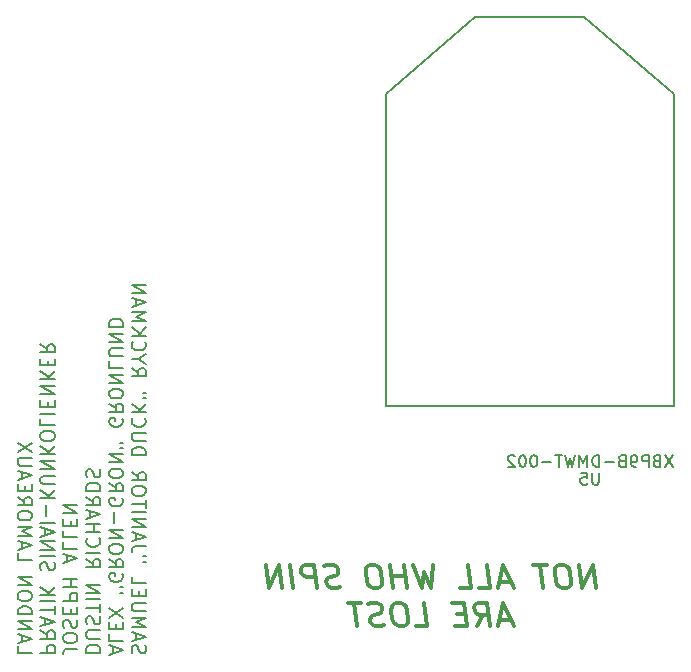
<source format=gbr>
%TF.GenerationSoftware,KiCad,Pcbnew,(5.99.0-9885-g7a8abcadd2)*%
%TF.CreationDate,2021-03-25T06:13:52-06:00*%
%TF.ProjectId,spinnybot-motherboad,7370696e-6e79-4626-9f74-2d6d6f746865,rev?*%
%TF.SameCoordinates,Original*%
%TF.FileFunction,Legend,Bot*%
%TF.FilePolarity,Positive*%
%FSLAX46Y46*%
G04 Gerber Fmt 4.6, Leading zero omitted, Abs format (unit mm)*
G04 Created by KiCad (PCBNEW (5.99.0-9885-g7a8abcadd2)) date 2021-03-25 06:13:52*
%MOMM*%
%LPD*%
G01*
G04 APERTURE LIST*
%ADD10C,0.200000*%
%ADD11C,0.300000*%
%ADD12C,0.150000*%
G04 APERTURE END LIST*
D10*
X92354285Y-105951428D02*
X92297142Y-105780000D01*
X92297142Y-105494285D01*
X92354285Y-105380000D01*
X92411428Y-105322857D01*
X92525714Y-105265714D01*
X92640000Y-105265714D01*
X92754285Y-105322857D01*
X92811428Y-105380000D01*
X92868571Y-105494285D01*
X92925714Y-105722857D01*
X92982857Y-105837142D01*
X93040000Y-105894285D01*
X93154285Y-105951428D01*
X93268571Y-105951428D01*
X93382857Y-105894285D01*
X93440000Y-105837142D01*
X93497142Y-105722857D01*
X93497142Y-105437142D01*
X93440000Y-105265714D01*
X92640000Y-104808571D02*
X92640000Y-104237142D01*
X92297142Y-104922857D02*
X93497142Y-104522857D01*
X92297142Y-104122857D01*
X92297142Y-103722857D02*
X93497142Y-103722857D01*
X92640000Y-103322857D01*
X93497142Y-102922857D01*
X92297142Y-102922857D01*
X93497142Y-102351428D02*
X92525714Y-102351428D01*
X92411428Y-102294285D01*
X92354285Y-102237142D01*
X92297142Y-102122857D01*
X92297142Y-101894285D01*
X92354285Y-101780000D01*
X92411428Y-101722857D01*
X92525714Y-101665714D01*
X93497142Y-101665714D01*
X92925714Y-101094285D02*
X92925714Y-100694285D01*
X92297142Y-100522857D02*
X92297142Y-101094285D01*
X93497142Y-101094285D01*
X93497142Y-100522857D01*
X92297142Y-99437142D02*
X92297142Y-100008571D01*
X93497142Y-100008571D01*
X93497142Y-98180000D02*
X93268571Y-98180000D01*
X93497142Y-97722857D02*
X93268571Y-97722857D01*
X93497142Y-96865714D02*
X92640000Y-96865714D01*
X92468571Y-96922857D01*
X92354285Y-97037142D01*
X92297142Y-97208571D01*
X92297142Y-97322857D01*
X92640000Y-96351428D02*
X92640000Y-95780000D01*
X92297142Y-96465714D02*
X93497142Y-96065714D01*
X92297142Y-95665714D01*
X92297142Y-95265714D02*
X93497142Y-95265714D01*
X92297142Y-94580000D01*
X93497142Y-94580000D01*
X92297142Y-94008571D02*
X93497142Y-94008571D01*
X93497142Y-93608571D02*
X93497142Y-92922857D01*
X92297142Y-93265714D02*
X93497142Y-93265714D01*
X93497142Y-92294285D02*
X93497142Y-92065714D01*
X93440000Y-91951428D01*
X93325714Y-91837142D01*
X93097142Y-91780000D01*
X92697142Y-91780000D01*
X92468571Y-91837142D01*
X92354285Y-91951428D01*
X92297142Y-92065714D01*
X92297142Y-92294285D01*
X92354285Y-92408571D01*
X92468571Y-92522857D01*
X92697142Y-92580000D01*
X93097142Y-92580000D01*
X93325714Y-92522857D01*
X93440000Y-92408571D01*
X93497142Y-92294285D01*
X92297142Y-90580000D02*
X92868571Y-90980000D01*
X92297142Y-91265714D02*
X93497142Y-91265714D01*
X93497142Y-90808571D01*
X93440000Y-90694285D01*
X93382857Y-90637142D01*
X93268571Y-90580000D01*
X93097142Y-90580000D01*
X92982857Y-90637142D01*
X92925714Y-90694285D01*
X92868571Y-90808571D01*
X92868571Y-91265714D01*
X92297142Y-89151428D02*
X93497142Y-89151428D01*
X93497142Y-88865714D01*
X93440000Y-88694285D01*
X93325714Y-88580000D01*
X93211428Y-88522857D01*
X92982857Y-88465714D01*
X92811428Y-88465714D01*
X92582857Y-88522857D01*
X92468571Y-88580000D01*
X92354285Y-88694285D01*
X92297142Y-88865714D01*
X92297142Y-89151428D01*
X93497142Y-87951428D02*
X92525714Y-87951428D01*
X92411428Y-87894285D01*
X92354285Y-87837142D01*
X92297142Y-87722857D01*
X92297142Y-87494285D01*
X92354285Y-87380000D01*
X92411428Y-87322857D01*
X92525714Y-87265714D01*
X93497142Y-87265714D01*
X92411428Y-86008571D02*
X92354285Y-86065714D01*
X92297142Y-86237142D01*
X92297142Y-86351428D01*
X92354285Y-86522857D01*
X92468571Y-86637142D01*
X92582857Y-86694285D01*
X92811428Y-86751428D01*
X92982857Y-86751428D01*
X93211428Y-86694285D01*
X93325714Y-86637142D01*
X93440000Y-86522857D01*
X93497142Y-86351428D01*
X93497142Y-86237142D01*
X93440000Y-86065714D01*
X93382857Y-86008571D01*
X92297142Y-85494285D02*
X93497142Y-85494285D01*
X92297142Y-84808571D02*
X92982857Y-85322857D01*
X93497142Y-84808571D02*
X92811428Y-85494285D01*
X93497142Y-84351428D02*
X93268571Y-84351428D01*
X93497142Y-83894285D02*
X93268571Y-83894285D01*
X92297142Y-81780000D02*
X92868571Y-82180000D01*
X92297142Y-82465714D02*
X93497142Y-82465714D01*
X93497142Y-82008571D01*
X93440000Y-81894285D01*
X93382857Y-81837142D01*
X93268571Y-81780000D01*
X93097142Y-81780000D01*
X92982857Y-81837142D01*
X92925714Y-81894285D01*
X92868571Y-82008571D01*
X92868571Y-82465714D01*
X92868571Y-81037142D02*
X92297142Y-81037142D01*
X93497142Y-81437142D02*
X92868571Y-81037142D01*
X93497142Y-80637142D01*
X92411428Y-79551428D02*
X92354285Y-79608571D01*
X92297142Y-79780000D01*
X92297142Y-79894285D01*
X92354285Y-80065714D01*
X92468571Y-80180000D01*
X92582857Y-80237142D01*
X92811428Y-80294285D01*
X92982857Y-80294285D01*
X93211428Y-80237142D01*
X93325714Y-80180000D01*
X93440000Y-80065714D01*
X93497142Y-79894285D01*
X93497142Y-79780000D01*
X93440000Y-79608571D01*
X93382857Y-79551428D01*
X92297142Y-79037142D02*
X93497142Y-79037142D01*
X92297142Y-78351428D02*
X92982857Y-78865714D01*
X93497142Y-78351428D02*
X92811428Y-79037142D01*
X92297142Y-77837142D02*
X93497142Y-77837142D01*
X92640000Y-77437142D01*
X93497142Y-77037142D01*
X92297142Y-77037142D01*
X92640000Y-76522857D02*
X92640000Y-75951428D01*
X92297142Y-76637142D02*
X93497142Y-76237142D01*
X92297142Y-75837142D01*
X92297142Y-75437142D02*
X93497142Y-75437142D01*
X92297142Y-74751428D01*
X93497142Y-74751428D01*
X90708000Y-105951428D02*
X90708000Y-105380000D01*
X90365142Y-106065714D02*
X91565142Y-105665714D01*
X90365142Y-105265714D01*
X90365142Y-104294285D02*
X90365142Y-104865714D01*
X91565142Y-104865714D01*
X90993714Y-103894285D02*
X90993714Y-103494285D01*
X90365142Y-103322857D02*
X90365142Y-103894285D01*
X91565142Y-103894285D01*
X91565142Y-103322857D01*
X91565142Y-102922857D02*
X90365142Y-102122857D01*
X91565142Y-102122857D02*
X90365142Y-102922857D01*
X91565142Y-100808571D02*
X91336571Y-100808571D01*
X91565142Y-100351428D02*
X91336571Y-100351428D01*
X91508000Y-99208571D02*
X91565142Y-99322857D01*
X91565142Y-99494285D01*
X91508000Y-99665714D01*
X91393714Y-99780000D01*
X91279428Y-99837142D01*
X91050857Y-99894285D01*
X90879428Y-99894285D01*
X90650857Y-99837142D01*
X90536571Y-99780000D01*
X90422285Y-99665714D01*
X90365142Y-99494285D01*
X90365142Y-99380000D01*
X90422285Y-99208571D01*
X90479428Y-99151428D01*
X90879428Y-99151428D01*
X90879428Y-99380000D01*
X90365142Y-97951428D02*
X90936571Y-98351428D01*
X90365142Y-98637142D02*
X91565142Y-98637142D01*
X91565142Y-98180000D01*
X91508000Y-98065714D01*
X91450857Y-98008571D01*
X91336571Y-97951428D01*
X91165142Y-97951428D01*
X91050857Y-98008571D01*
X90993714Y-98065714D01*
X90936571Y-98180000D01*
X90936571Y-98637142D01*
X91565142Y-97208571D02*
X91565142Y-96980000D01*
X91508000Y-96865714D01*
X91393714Y-96751428D01*
X91165142Y-96694285D01*
X90765142Y-96694285D01*
X90536571Y-96751428D01*
X90422285Y-96865714D01*
X90365142Y-96980000D01*
X90365142Y-97208571D01*
X90422285Y-97322857D01*
X90536571Y-97437142D01*
X90765142Y-97494285D01*
X91165142Y-97494285D01*
X91393714Y-97437142D01*
X91508000Y-97322857D01*
X91565142Y-97208571D01*
X90365142Y-96180000D02*
X91565142Y-96180000D01*
X90365142Y-95494285D01*
X91565142Y-95494285D01*
X90822285Y-94922857D02*
X90822285Y-94008571D01*
X91508000Y-92808571D02*
X91565142Y-92922857D01*
X91565142Y-93094285D01*
X91508000Y-93265714D01*
X91393714Y-93380000D01*
X91279428Y-93437142D01*
X91050857Y-93494285D01*
X90879428Y-93494285D01*
X90650857Y-93437142D01*
X90536571Y-93380000D01*
X90422285Y-93265714D01*
X90365142Y-93094285D01*
X90365142Y-92980000D01*
X90422285Y-92808571D01*
X90479428Y-92751428D01*
X90879428Y-92751428D01*
X90879428Y-92980000D01*
X90365142Y-91551428D02*
X90936571Y-91951428D01*
X90365142Y-92237142D02*
X91565142Y-92237142D01*
X91565142Y-91780000D01*
X91508000Y-91665714D01*
X91450857Y-91608571D01*
X91336571Y-91551428D01*
X91165142Y-91551428D01*
X91050857Y-91608571D01*
X90993714Y-91665714D01*
X90936571Y-91780000D01*
X90936571Y-92237142D01*
X91565142Y-90808571D02*
X91565142Y-90580000D01*
X91508000Y-90465714D01*
X91393714Y-90351428D01*
X91165142Y-90294285D01*
X90765142Y-90294285D01*
X90536571Y-90351428D01*
X90422285Y-90465714D01*
X90365142Y-90580000D01*
X90365142Y-90808571D01*
X90422285Y-90922857D01*
X90536571Y-91037142D01*
X90765142Y-91094285D01*
X91165142Y-91094285D01*
X91393714Y-91037142D01*
X91508000Y-90922857D01*
X91565142Y-90808571D01*
X90365142Y-89780000D02*
X91565142Y-89780000D01*
X90365142Y-89094285D01*
X91565142Y-89094285D01*
X91565142Y-88580000D02*
X91336571Y-88580000D01*
X91565142Y-88122857D02*
X91336571Y-88122857D01*
X91508000Y-86065714D02*
X91565142Y-86180000D01*
X91565142Y-86351428D01*
X91508000Y-86522857D01*
X91393714Y-86637142D01*
X91279428Y-86694285D01*
X91050857Y-86751428D01*
X90879428Y-86751428D01*
X90650857Y-86694285D01*
X90536571Y-86637142D01*
X90422285Y-86522857D01*
X90365142Y-86351428D01*
X90365142Y-86237142D01*
X90422285Y-86065714D01*
X90479428Y-86008571D01*
X90879428Y-86008571D01*
X90879428Y-86237142D01*
X90365142Y-84808571D02*
X90936571Y-85208571D01*
X90365142Y-85494285D02*
X91565142Y-85494285D01*
X91565142Y-85037142D01*
X91508000Y-84922857D01*
X91450857Y-84865714D01*
X91336571Y-84808571D01*
X91165142Y-84808571D01*
X91050857Y-84865714D01*
X90993714Y-84922857D01*
X90936571Y-85037142D01*
X90936571Y-85494285D01*
X91565142Y-84065714D02*
X91565142Y-83837142D01*
X91508000Y-83722857D01*
X91393714Y-83608571D01*
X91165142Y-83551428D01*
X90765142Y-83551428D01*
X90536571Y-83608571D01*
X90422285Y-83722857D01*
X90365142Y-83837142D01*
X90365142Y-84065714D01*
X90422285Y-84180000D01*
X90536571Y-84294285D01*
X90765142Y-84351428D01*
X91165142Y-84351428D01*
X91393714Y-84294285D01*
X91508000Y-84180000D01*
X91565142Y-84065714D01*
X90365142Y-83037142D02*
X91565142Y-83037142D01*
X90365142Y-82351428D01*
X91565142Y-82351428D01*
X90365142Y-81208571D02*
X90365142Y-81780000D01*
X91565142Y-81780000D01*
X91565142Y-80808571D02*
X90593714Y-80808571D01*
X90479428Y-80751428D01*
X90422285Y-80694285D01*
X90365142Y-80580000D01*
X90365142Y-80351428D01*
X90422285Y-80237142D01*
X90479428Y-80180000D01*
X90593714Y-80122857D01*
X91565142Y-80122857D01*
X90365142Y-79551428D02*
X91565142Y-79551428D01*
X90365142Y-78865714D01*
X91565142Y-78865714D01*
X90365142Y-78294285D02*
X91565142Y-78294285D01*
X91565142Y-78008571D01*
X91508000Y-77837142D01*
X91393714Y-77722857D01*
X91279428Y-77665714D01*
X91050857Y-77608571D01*
X90879428Y-77608571D01*
X90650857Y-77665714D01*
X90536571Y-77722857D01*
X90422285Y-77837142D01*
X90365142Y-78008571D01*
X90365142Y-78294285D01*
X88433142Y-105894285D02*
X89633142Y-105894285D01*
X89633142Y-105608571D01*
X89576000Y-105437142D01*
X89461714Y-105322857D01*
X89347428Y-105265714D01*
X89118857Y-105208571D01*
X88947428Y-105208571D01*
X88718857Y-105265714D01*
X88604571Y-105322857D01*
X88490285Y-105437142D01*
X88433142Y-105608571D01*
X88433142Y-105894285D01*
X89633142Y-104694285D02*
X88661714Y-104694285D01*
X88547428Y-104637142D01*
X88490285Y-104580000D01*
X88433142Y-104465714D01*
X88433142Y-104237142D01*
X88490285Y-104122857D01*
X88547428Y-104065714D01*
X88661714Y-104008571D01*
X89633142Y-104008571D01*
X88490285Y-103494285D02*
X88433142Y-103322857D01*
X88433142Y-103037142D01*
X88490285Y-102922857D01*
X88547428Y-102865714D01*
X88661714Y-102808571D01*
X88776000Y-102808571D01*
X88890285Y-102865714D01*
X88947428Y-102922857D01*
X89004571Y-103037142D01*
X89061714Y-103265714D01*
X89118857Y-103380000D01*
X89176000Y-103437142D01*
X89290285Y-103494285D01*
X89404571Y-103494285D01*
X89518857Y-103437142D01*
X89576000Y-103380000D01*
X89633142Y-103265714D01*
X89633142Y-102980000D01*
X89576000Y-102808571D01*
X89633142Y-102465714D02*
X89633142Y-101780000D01*
X88433142Y-102122857D02*
X89633142Y-102122857D01*
X88433142Y-101380000D02*
X89633142Y-101380000D01*
X88433142Y-100808571D02*
X89633142Y-100808571D01*
X88433142Y-100122857D01*
X89633142Y-100122857D01*
X88433142Y-97951428D02*
X89004571Y-98351428D01*
X88433142Y-98637142D02*
X89633142Y-98637142D01*
X89633142Y-98180000D01*
X89576000Y-98065714D01*
X89518857Y-98008571D01*
X89404571Y-97951428D01*
X89233142Y-97951428D01*
X89118857Y-98008571D01*
X89061714Y-98065714D01*
X89004571Y-98180000D01*
X89004571Y-98637142D01*
X88433142Y-97437142D02*
X89633142Y-97437142D01*
X88547428Y-96180000D02*
X88490285Y-96237142D01*
X88433142Y-96408571D01*
X88433142Y-96522857D01*
X88490285Y-96694285D01*
X88604571Y-96808571D01*
X88718857Y-96865714D01*
X88947428Y-96922857D01*
X89118857Y-96922857D01*
X89347428Y-96865714D01*
X89461714Y-96808571D01*
X89576000Y-96694285D01*
X89633142Y-96522857D01*
X89633142Y-96408571D01*
X89576000Y-96237142D01*
X89518857Y-96180000D01*
X88433142Y-95665714D02*
X89633142Y-95665714D01*
X89061714Y-95665714D02*
X89061714Y-94980000D01*
X88433142Y-94980000D02*
X89633142Y-94980000D01*
X88776000Y-94465714D02*
X88776000Y-93894285D01*
X88433142Y-94580000D02*
X89633142Y-94180000D01*
X88433142Y-93780000D01*
X88433142Y-92694285D02*
X89004571Y-93094285D01*
X88433142Y-93380000D02*
X89633142Y-93380000D01*
X89633142Y-92922857D01*
X89576000Y-92808571D01*
X89518857Y-92751428D01*
X89404571Y-92694285D01*
X89233142Y-92694285D01*
X89118857Y-92751428D01*
X89061714Y-92808571D01*
X89004571Y-92922857D01*
X89004571Y-93380000D01*
X88433142Y-92180000D02*
X89633142Y-92180000D01*
X89633142Y-91894285D01*
X89576000Y-91722857D01*
X89461714Y-91608571D01*
X89347428Y-91551428D01*
X89118857Y-91494285D01*
X88947428Y-91494285D01*
X88718857Y-91551428D01*
X88604571Y-91608571D01*
X88490285Y-91722857D01*
X88433142Y-91894285D01*
X88433142Y-92180000D01*
X88490285Y-91037142D02*
X88433142Y-90865714D01*
X88433142Y-90580000D01*
X88490285Y-90465714D01*
X88547428Y-90408571D01*
X88661714Y-90351428D01*
X88776000Y-90351428D01*
X88890285Y-90408571D01*
X88947428Y-90465714D01*
X89004571Y-90580000D01*
X89061714Y-90808571D01*
X89118857Y-90922857D01*
X89176000Y-90980000D01*
X89290285Y-91037142D01*
X89404571Y-91037142D01*
X89518857Y-90980000D01*
X89576000Y-90922857D01*
X89633142Y-90808571D01*
X89633142Y-90522857D01*
X89576000Y-90351428D01*
X87701142Y-105551428D02*
X86844000Y-105551428D01*
X86672571Y-105608571D01*
X86558285Y-105722857D01*
X86501142Y-105894285D01*
X86501142Y-106008571D01*
X87701142Y-104751428D02*
X87701142Y-104522857D01*
X87644000Y-104408571D01*
X87529714Y-104294285D01*
X87301142Y-104237142D01*
X86901142Y-104237142D01*
X86672571Y-104294285D01*
X86558285Y-104408571D01*
X86501142Y-104522857D01*
X86501142Y-104751428D01*
X86558285Y-104865714D01*
X86672571Y-104980000D01*
X86901142Y-105037142D01*
X87301142Y-105037142D01*
X87529714Y-104980000D01*
X87644000Y-104865714D01*
X87701142Y-104751428D01*
X86558285Y-103780000D02*
X86501142Y-103608571D01*
X86501142Y-103322857D01*
X86558285Y-103208571D01*
X86615428Y-103151428D01*
X86729714Y-103094285D01*
X86844000Y-103094285D01*
X86958285Y-103151428D01*
X87015428Y-103208571D01*
X87072571Y-103322857D01*
X87129714Y-103551428D01*
X87186857Y-103665714D01*
X87244000Y-103722857D01*
X87358285Y-103780000D01*
X87472571Y-103780000D01*
X87586857Y-103722857D01*
X87644000Y-103665714D01*
X87701142Y-103551428D01*
X87701142Y-103265714D01*
X87644000Y-103094285D01*
X87129714Y-102580000D02*
X87129714Y-102180000D01*
X86501142Y-102008571D02*
X86501142Y-102580000D01*
X87701142Y-102580000D01*
X87701142Y-102008571D01*
X86501142Y-101494285D02*
X87701142Y-101494285D01*
X87701142Y-101037142D01*
X87644000Y-100922857D01*
X87586857Y-100865714D01*
X87472571Y-100808571D01*
X87301142Y-100808571D01*
X87186857Y-100865714D01*
X87129714Y-100922857D01*
X87072571Y-101037142D01*
X87072571Y-101494285D01*
X86501142Y-100294285D02*
X87701142Y-100294285D01*
X87129714Y-100294285D02*
X87129714Y-99608571D01*
X86501142Y-99608571D02*
X87701142Y-99608571D01*
X86844000Y-98180000D02*
X86844000Y-97608571D01*
X86501142Y-98294285D02*
X87701142Y-97894285D01*
X86501142Y-97494285D01*
X86501142Y-96522857D02*
X86501142Y-97094285D01*
X87701142Y-97094285D01*
X86501142Y-95551428D02*
X86501142Y-96122857D01*
X87701142Y-96122857D01*
X87129714Y-95151428D02*
X87129714Y-94751428D01*
X86501142Y-94580000D02*
X86501142Y-95151428D01*
X87701142Y-95151428D01*
X87701142Y-94580000D01*
X86501142Y-94065714D02*
X87701142Y-94065714D01*
X86501142Y-93380000D01*
X87701142Y-93380000D01*
X84569142Y-105894285D02*
X85769142Y-105894285D01*
X85769142Y-105437142D01*
X85712000Y-105322857D01*
X85654857Y-105265714D01*
X85540571Y-105208571D01*
X85369142Y-105208571D01*
X85254857Y-105265714D01*
X85197714Y-105322857D01*
X85140571Y-105437142D01*
X85140571Y-105894285D01*
X84569142Y-104008571D02*
X85140571Y-104408571D01*
X84569142Y-104694285D02*
X85769142Y-104694285D01*
X85769142Y-104237142D01*
X85712000Y-104122857D01*
X85654857Y-104065714D01*
X85540571Y-104008571D01*
X85369142Y-104008571D01*
X85254857Y-104065714D01*
X85197714Y-104122857D01*
X85140571Y-104237142D01*
X85140571Y-104694285D01*
X84912000Y-103551428D02*
X84912000Y-102980000D01*
X84569142Y-103665714D02*
X85769142Y-103265714D01*
X84569142Y-102865714D01*
X85769142Y-102637142D02*
X85769142Y-101951428D01*
X84569142Y-102294285D02*
X85769142Y-102294285D01*
X84569142Y-101551428D02*
X85769142Y-101551428D01*
X84569142Y-100980000D02*
X85769142Y-100980000D01*
X84569142Y-100294285D02*
X85254857Y-100808571D01*
X85769142Y-100294285D02*
X85083428Y-100980000D01*
X84626285Y-98922857D02*
X84569142Y-98751428D01*
X84569142Y-98465714D01*
X84626285Y-98351428D01*
X84683428Y-98294285D01*
X84797714Y-98237142D01*
X84912000Y-98237142D01*
X85026285Y-98294285D01*
X85083428Y-98351428D01*
X85140571Y-98465714D01*
X85197714Y-98694285D01*
X85254857Y-98808571D01*
X85312000Y-98865714D01*
X85426285Y-98922857D01*
X85540571Y-98922857D01*
X85654857Y-98865714D01*
X85712000Y-98808571D01*
X85769142Y-98694285D01*
X85769142Y-98408571D01*
X85712000Y-98237142D01*
X84569142Y-97722857D02*
X85769142Y-97722857D01*
X84569142Y-97151428D02*
X85769142Y-97151428D01*
X84569142Y-96465714D01*
X85769142Y-96465714D01*
X84912000Y-95951428D02*
X84912000Y-95380000D01*
X84569142Y-96065714D02*
X85769142Y-95665714D01*
X84569142Y-95265714D01*
X84569142Y-94865714D02*
X85769142Y-94865714D01*
X85026285Y-94294285D02*
X85026285Y-93380000D01*
X84569142Y-92808571D02*
X85769142Y-92808571D01*
X84569142Y-92122857D02*
X85254857Y-92637142D01*
X85769142Y-92122857D02*
X85083428Y-92808571D01*
X85769142Y-91608571D02*
X84797714Y-91608571D01*
X84683428Y-91551428D01*
X84626285Y-91494285D01*
X84569142Y-91380000D01*
X84569142Y-91151428D01*
X84626285Y-91037142D01*
X84683428Y-90980000D01*
X84797714Y-90922857D01*
X85769142Y-90922857D01*
X84569142Y-90351428D02*
X85769142Y-90351428D01*
X84569142Y-89665714D01*
X85769142Y-89665714D01*
X84569142Y-89094285D02*
X85769142Y-89094285D01*
X84569142Y-88408571D02*
X85254857Y-88922857D01*
X85769142Y-88408571D02*
X85083428Y-89094285D01*
X85769142Y-87665714D02*
X85769142Y-87437142D01*
X85712000Y-87322857D01*
X85597714Y-87208571D01*
X85369142Y-87151428D01*
X84969142Y-87151428D01*
X84740571Y-87208571D01*
X84626285Y-87322857D01*
X84569142Y-87437142D01*
X84569142Y-87665714D01*
X84626285Y-87780000D01*
X84740571Y-87894285D01*
X84969142Y-87951428D01*
X85369142Y-87951428D01*
X85597714Y-87894285D01*
X85712000Y-87780000D01*
X85769142Y-87665714D01*
X84569142Y-86065714D02*
X84569142Y-86637142D01*
X85769142Y-86637142D01*
X84569142Y-85665714D02*
X85769142Y-85665714D01*
X85197714Y-85094285D02*
X85197714Y-84694285D01*
X84569142Y-84522857D02*
X84569142Y-85094285D01*
X85769142Y-85094285D01*
X85769142Y-84522857D01*
X84569142Y-84008571D02*
X85769142Y-84008571D01*
X84569142Y-83322857D01*
X85769142Y-83322857D01*
X84569142Y-82751428D02*
X85769142Y-82751428D01*
X84569142Y-82065714D02*
X85254857Y-82580000D01*
X85769142Y-82065714D02*
X85083428Y-82751428D01*
X85197714Y-81551428D02*
X85197714Y-81151428D01*
X84569142Y-80980000D02*
X84569142Y-81551428D01*
X85769142Y-81551428D01*
X85769142Y-80980000D01*
X84569142Y-79780000D02*
X85140571Y-80180000D01*
X84569142Y-80465714D02*
X85769142Y-80465714D01*
X85769142Y-80008571D01*
X85712000Y-79894285D01*
X85654857Y-79837142D01*
X85540571Y-79780000D01*
X85369142Y-79780000D01*
X85254857Y-79837142D01*
X85197714Y-79894285D01*
X85140571Y-80008571D01*
X85140571Y-80465714D01*
X82637142Y-105322857D02*
X82637142Y-105894285D01*
X83837142Y-105894285D01*
X82980000Y-104980000D02*
X82980000Y-104408571D01*
X82637142Y-105094285D02*
X83837142Y-104694285D01*
X82637142Y-104294285D01*
X82637142Y-103894285D02*
X83837142Y-103894285D01*
X82637142Y-103208571D01*
X83837142Y-103208571D01*
X82637142Y-102637142D02*
X83837142Y-102637142D01*
X83837142Y-102351428D01*
X83780000Y-102180000D01*
X83665714Y-102065714D01*
X83551428Y-102008571D01*
X83322857Y-101951428D01*
X83151428Y-101951428D01*
X82922857Y-102008571D01*
X82808571Y-102065714D01*
X82694285Y-102180000D01*
X82637142Y-102351428D01*
X82637142Y-102637142D01*
X83837142Y-101208571D02*
X83837142Y-100980000D01*
X83780000Y-100865714D01*
X83665714Y-100751428D01*
X83437142Y-100694285D01*
X83037142Y-100694285D01*
X82808571Y-100751428D01*
X82694285Y-100865714D01*
X82637142Y-100980000D01*
X82637142Y-101208571D01*
X82694285Y-101322857D01*
X82808571Y-101437142D01*
X83037142Y-101494285D01*
X83437142Y-101494285D01*
X83665714Y-101437142D01*
X83780000Y-101322857D01*
X83837142Y-101208571D01*
X82637142Y-100180000D02*
X83837142Y-100180000D01*
X82637142Y-99494285D01*
X83837142Y-99494285D01*
X82637142Y-97437142D02*
X82637142Y-98008571D01*
X83837142Y-98008571D01*
X82980000Y-97094285D02*
X82980000Y-96522857D01*
X82637142Y-97208571D02*
X83837142Y-96808571D01*
X82637142Y-96408571D01*
X82637142Y-96008571D02*
X83837142Y-96008571D01*
X82980000Y-95608571D01*
X83837142Y-95208571D01*
X82637142Y-95208571D01*
X83837142Y-94408571D02*
X83837142Y-94180000D01*
X83780000Y-94065714D01*
X83665714Y-93951428D01*
X83437142Y-93894285D01*
X83037142Y-93894285D01*
X82808571Y-93951428D01*
X82694285Y-94065714D01*
X82637142Y-94180000D01*
X82637142Y-94408571D01*
X82694285Y-94522857D01*
X82808571Y-94637142D01*
X83037142Y-94694285D01*
X83437142Y-94694285D01*
X83665714Y-94637142D01*
X83780000Y-94522857D01*
X83837142Y-94408571D01*
X82637142Y-92694285D02*
X83208571Y-93094285D01*
X82637142Y-93380000D02*
X83837142Y-93380000D01*
X83837142Y-92922857D01*
X83780000Y-92808571D01*
X83722857Y-92751428D01*
X83608571Y-92694285D01*
X83437142Y-92694285D01*
X83322857Y-92751428D01*
X83265714Y-92808571D01*
X83208571Y-92922857D01*
X83208571Y-93380000D01*
X83265714Y-92180000D02*
X83265714Y-91780000D01*
X82637142Y-91608571D02*
X82637142Y-92180000D01*
X83837142Y-92180000D01*
X83837142Y-91608571D01*
X82980000Y-91151428D02*
X82980000Y-90580000D01*
X82637142Y-91265714D02*
X83837142Y-90865714D01*
X82637142Y-90465714D01*
X83837142Y-90065714D02*
X82865714Y-90065714D01*
X82751428Y-90008571D01*
X82694285Y-89951428D01*
X82637142Y-89837142D01*
X82637142Y-89608571D01*
X82694285Y-89494285D01*
X82751428Y-89437142D01*
X82865714Y-89380000D01*
X83837142Y-89380000D01*
X83837142Y-88922857D02*
X82637142Y-88122857D01*
X83837142Y-88122857D02*
X82637142Y-88922857D01*
D11*
X131596488Y-100444761D02*
X131346488Y-98444761D01*
X130453630Y-100444761D01*
X130203630Y-98444761D01*
X128870297Y-98444761D02*
X128489345Y-98444761D01*
X128310773Y-98540000D01*
X128144107Y-98730476D01*
X128096488Y-99111428D01*
X128179821Y-99778095D01*
X128322678Y-100159047D01*
X128536964Y-100349523D01*
X128739345Y-100444761D01*
X129120297Y-100444761D01*
X129298869Y-100349523D01*
X129465535Y-100159047D01*
X129513154Y-99778095D01*
X129429821Y-99111428D01*
X129286964Y-98730476D01*
X129072678Y-98540000D01*
X128870297Y-98444761D01*
X127441726Y-98444761D02*
X126298869Y-98444761D01*
X127120297Y-100444761D02*
X126870297Y-98444761D01*
X124382202Y-99873333D02*
X123429821Y-99873333D01*
X124644107Y-100444761D02*
X123727440Y-98444761D01*
X123310773Y-100444761D01*
X121691726Y-100444761D02*
X122644107Y-100444761D01*
X122394107Y-98444761D01*
X120072678Y-100444761D02*
X121025059Y-100444761D01*
X120775059Y-98444761D01*
X117822678Y-98444761D02*
X117596488Y-100444761D01*
X117036964Y-99016190D01*
X116834583Y-100444761D01*
X116108392Y-98444761D01*
X115596488Y-100444761D02*
X115346488Y-98444761D01*
X115465535Y-99397142D02*
X114322678Y-99397142D01*
X114453630Y-100444761D02*
X114203630Y-98444761D01*
X112870297Y-98444761D02*
X112489345Y-98444761D01*
X112310773Y-98540000D01*
X112144107Y-98730476D01*
X112096488Y-99111428D01*
X112179821Y-99778095D01*
X112322678Y-100159047D01*
X112536964Y-100349523D01*
X112739345Y-100444761D01*
X113120297Y-100444761D01*
X113298869Y-100349523D01*
X113465535Y-100159047D01*
X113513154Y-99778095D01*
X113429821Y-99111428D01*
X113286964Y-98730476D01*
X113072678Y-98540000D01*
X112870297Y-98444761D01*
X109965535Y-100349523D02*
X109691726Y-100444761D01*
X109215535Y-100444761D01*
X109013154Y-100349523D01*
X108906011Y-100254285D01*
X108786964Y-100063809D01*
X108763154Y-99873333D01*
X108834583Y-99682857D01*
X108917916Y-99587619D01*
X109096488Y-99492380D01*
X109465535Y-99397142D01*
X109644107Y-99301904D01*
X109727440Y-99206666D01*
X109798869Y-99016190D01*
X109775059Y-98825714D01*
X109656011Y-98635238D01*
X109548869Y-98540000D01*
X109346488Y-98444761D01*
X108870297Y-98444761D01*
X108596488Y-98540000D01*
X107977440Y-100444761D02*
X107727440Y-98444761D01*
X106965535Y-98444761D01*
X106786964Y-98540000D01*
X106703630Y-98635238D01*
X106632202Y-98825714D01*
X106667916Y-99111428D01*
X106786964Y-99301904D01*
X106894107Y-99397142D01*
X107096488Y-99492380D01*
X107858392Y-99492380D01*
X105977440Y-100444761D02*
X105727440Y-98444761D01*
X105025059Y-100444761D02*
X104775059Y-98444761D01*
X103882202Y-100444761D01*
X103632202Y-98444761D01*
X124382202Y-103093333D02*
X123429821Y-103093333D01*
X124644107Y-103664761D02*
X123727440Y-101664761D01*
X123310773Y-103664761D01*
X121501250Y-103664761D02*
X122048869Y-102712380D01*
X122644107Y-103664761D02*
X122394107Y-101664761D01*
X121632202Y-101664761D01*
X121453630Y-101760000D01*
X121370297Y-101855238D01*
X121298869Y-102045714D01*
X121334583Y-102331428D01*
X121453630Y-102521904D01*
X121560773Y-102617142D01*
X121763154Y-102712380D01*
X122525059Y-102712380D01*
X120513154Y-102617142D02*
X119846488Y-102617142D01*
X119691726Y-103664761D02*
X120644107Y-103664761D01*
X120394107Y-101664761D01*
X119441726Y-101664761D01*
X116358392Y-103664761D02*
X117310773Y-103664761D01*
X117060773Y-101664761D01*
X115060773Y-101664761D02*
X114679821Y-101664761D01*
X114501250Y-101760000D01*
X114334583Y-101950476D01*
X114286964Y-102331428D01*
X114370297Y-102998095D01*
X114513154Y-103379047D01*
X114727440Y-103569523D01*
X114929821Y-103664761D01*
X115310773Y-103664761D01*
X115489345Y-103569523D01*
X115656011Y-103379047D01*
X115703630Y-102998095D01*
X115620297Y-102331428D01*
X115477440Y-101950476D01*
X115263154Y-101760000D01*
X115060773Y-101664761D01*
X113679821Y-103569523D02*
X113406011Y-103664761D01*
X112929821Y-103664761D01*
X112727440Y-103569523D01*
X112620297Y-103474285D01*
X112501250Y-103283809D01*
X112477440Y-103093333D01*
X112548869Y-102902857D01*
X112632202Y-102807619D01*
X112810773Y-102712380D01*
X113179821Y-102617142D01*
X113358392Y-102521904D01*
X113441726Y-102426666D01*
X113513154Y-102236190D01*
X113489345Y-102045714D01*
X113370297Y-101855238D01*
X113263154Y-101760000D01*
X113060773Y-101664761D01*
X112584583Y-101664761D01*
X112310773Y-101760000D01*
X111727440Y-101664761D02*
X110584583Y-101664761D01*
X111406011Y-103664761D02*
X111156011Y-101664761D01*
D12*
%TO.C,U5*%
X131863314Y-90651367D02*
X131863314Y-91462389D01*
X131815607Y-91557803D01*
X131767900Y-91605510D01*
X131672485Y-91653217D01*
X131481657Y-91653217D01*
X131386242Y-91605510D01*
X131338535Y-91557803D01*
X131290828Y-91462389D01*
X131290828Y-90651367D01*
X130336685Y-90651367D02*
X130813757Y-90651367D01*
X130861464Y-91128439D01*
X130813757Y-91080732D01*
X130718342Y-91033025D01*
X130479807Y-91033025D01*
X130384392Y-91080732D01*
X130336685Y-91128439D01*
X130288978Y-91223853D01*
X130288978Y-91462389D01*
X130336685Y-91557803D01*
X130384392Y-91605510D01*
X130479807Y-91653217D01*
X130718342Y-91653217D01*
X130813757Y-91605510D01*
X130861464Y-91557803D01*
X138108540Y-89151712D02*
X137441060Y-90152932D01*
X137441060Y-89151712D02*
X138108540Y-90152932D01*
X136725902Y-89628484D02*
X136582871Y-89676161D01*
X136535194Y-89723838D01*
X136487517Y-89819192D01*
X136487517Y-89962224D01*
X136535194Y-90057578D01*
X136582871Y-90105255D01*
X136678225Y-90152932D01*
X137059642Y-90152932D01*
X137059642Y-89151712D01*
X136725902Y-89151712D01*
X136630548Y-89199390D01*
X136582871Y-89247067D01*
X136535194Y-89342421D01*
X136535194Y-89437775D01*
X136582871Y-89533130D01*
X136630548Y-89580807D01*
X136725902Y-89628484D01*
X137059642Y-89628484D01*
X136058422Y-90152932D02*
X136058422Y-89151712D01*
X135677005Y-89151712D01*
X135581651Y-89199390D01*
X135533974Y-89247067D01*
X135486297Y-89342421D01*
X135486297Y-89485452D01*
X135533974Y-89580807D01*
X135581651Y-89628484D01*
X135677005Y-89676161D01*
X136058422Y-89676161D01*
X135009525Y-90152932D02*
X134818817Y-90152932D01*
X134723462Y-90105255D01*
X134675785Y-90057578D01*
X134580431Y-89914547D01*
X134532754Y-89723838D01*
X134532754Y-89342421D01*
X134580431Y-89247067D01*
X134628108Y-89199390D01*
X134723462Y-89151712D01*
X134914171Y-89151712D01*
X135009525Y-89199390D01*
X135057202Y-89247067D01*
X135104880Y-89342421D01*
X135104880Y-89580807D01*
X135057202Y-89676161D01*
X135009525Y-89723838D01*
X134914171Y-89771515D01*
X134723462Y-89771515D01*
X134628108Y-89723838D01*
X134580431Y-89676161D01*
X134532754Y-89580807D01*
X133769920Y-89628484D02*
X133626888Y-89676161D01*
X133579211Y-89723838D01*
X133531534Y-89819192D01*
X133531534Y-89962224D01*
X133579211Y-90057578D01*
X133626888Y-90105255D01*
X133722242Y-90152932D01*
X134103660Y-90152932D01*
X134103660Y-89151712D01*
X133769920Y-89151712D01*
X133674565Y-89199390D01*
X133626888Y-89247067D01*
X133579211Y-89342421D01*
X133579211Y-89437775D01*
X133626888Y-89533130D01*
X133674565Y-89580807D01*
X133769920Y-89628484D01*
X134103660Y-89628484D01*
X133102440Y-89771515D02*
X132339605Y-89771515D01*
X131862834Y-90152932D02*
X131862834Y-89151712D01*
X131624448Y-89151712D01*
X131481417Y-89199390D01*
X131386062Y-89294744D01*
X131338385Y-89390098D01*
X131290708Y-89580807D01*
X131290708Y-89723838D01*
X131338385Y-89914547D01*
X131386062Y-90009901D01*
X131481417Y-90105255D01*
X131624448Y-90152932D01*
X131862834Y-90152932D01*
X130861614Y-90152932D02*
X130861614Y-89151712D01*
X130527874Y-89866870D01*
X130194134Y-89151712D01*
X130194134Y-90152932D01*
X129812717Y-89151712D02*
X129574331Y-90152932D01*
X129383622Y-89437775D01*
X129192914Y-90152932D01*
X128954528Y-89151712D01*
X128716142Y-89151712D02*
X128144017Y-89151712D01*
X128430080Y-90152932D02*
X128430080Y-89151712D01*
X127810277Y-89771515D02*
X127047442Y-89771515D01*
X126379962Y-89151712D02*
X126284608Y-89151712D01*
X126189254Y-89199390D01*
X126141577Y-89247067D01*
X126093900Y-89342421D01*
X126046222Y-89533130D01*
X126046222Y-89771515D01*
X126093900Y-89962224D01*
X126141577Y-90057578D01*
X126189254Y-90105255D01*
X126284608Y-90152932D01*
X126379962Y-90152932D01*
X126475317Y-90105255D01*
X126522994Y-90057578D01*
X126570671Y-89962224D01*
X126618348Y-89771515D01*
X126618348Y-89533130D01*
X126570671Y-89342421D01*
X126522994Y-89247067D01*
X126475317Y-89199390D01*
X126379962Y-89151712D01*
X125426420Y-89151712D02*
X125331065Y-89151712D01*
X125235711Y-89199390D01*
X125188034Y-89247067D01*
X125140357Y-89342421D01*
X125092680Y-89533130D01*
X125092680Y-89771515D01*
X125140357Y-89962224D01*
X125188034Y-90057578D01*
X125235711Y-90105255D01*
X125331065Y-90152932D01*
X125426420Y-90152932D01*
X125521774Y-90105255D01*
X125569451Y-90057578D01*
X125617128Y-89962224D01*
X125664805Y-89771515D01*
X125664805Y-89533130D01*
X125617128Y-89342421D01*
X125569451Y-89247067D01*
X125521774Y-89199390D01*
X125426420Y-89151712D01*
X124711262Y-89247067D02*
X124663585Y-89199390D01*
X124568231Y-89151712D01*
X124329845Y-89151712D01*
X124234491Y-89199390D01*
X124186814Y-89247067D01*
X124139137Y-89342421D01*
X124139137Y-89437775D01*
X124186814Y-89580807D01*
X124758940Y-90152932D01*
X124139137Y-90152932D01*
D10*
X138190000Y-58560000D02*
X130600000Y-52030000D01*
X138190000Y-84970000D02*
X138190000Y-58560000D01*
X130600000Y-52030000D02*
X121400000Y-52030000D01*
X113810000Y-58560000D02*
X113810000Y-84970000D01*
X113810000Y-84970000D02*
X138190000Y-84970000D01*
X113810000Y-58560000D02*
X121400000Y-52030000D01*
%TD*%
M02*

</source>
